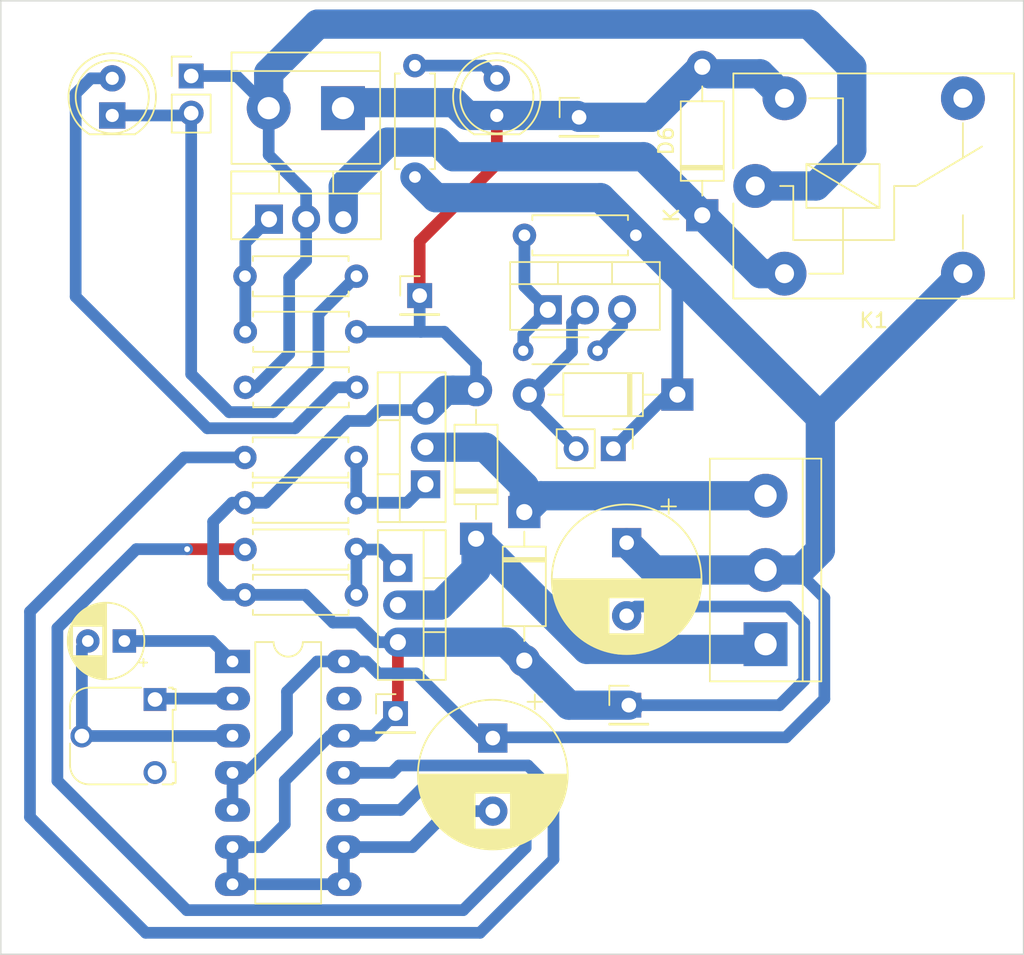
<source format=kicad_pcb>
(kicad_pcb (version 20221018) (generator pcbnew)
  (layers (0 "F.Cu" signal) (31 "B.Cu" signal) (34 "B.Paste" user) (35 "F.Paste" user) (36 "B.SilkS" user "B.Silkscreen") (37 "F.SilkS" user "F.Silkscreen") (38 "B.Mask" user) (39 "F.Mask" user) (44 "Edge.Cuts" user))
  (net 0 "")
  (net 1 "+12P")
  (net 2 "GNDA")
  (net 3 "Net-(U1-C)")
  (net 4 "Net-(U1-RC_COMMON)")
  (net 5 "Net-(D1-K)")
  (net 6 "Net-(D2-K)")
  (net 7 "Net-(D3-A)")
  (net 8 "Net-(D4-A)")
  (net 9 "Net-(D5-K)")
  (net 10 "Net-(D5-A)")
  (net 11 "+12V")
  (net 12 "Net-(Q1-G)")
  (net 13 "Net-(Q2-G)")
  (net 14 "Net-(Q3-G)")
  (net 15 "GND")
  (net 16 "Net-(Q4-G)")
  (net 17 "Net-(U1-Q)")
  (net 18 "Net-(U1-~{Q})")
  (net 19 "Net-(U1-R)")
  (net 22 "Net-(D6-K)")
  (footprint "Potentiometer_THT:Potentiometer_Runtron_RM-065_Vertical" (layer "F.Cu") (at 47.415 83.73 -90)
    (fp_text reference "RV1" hide)
    (fp_text value "100k" hide)
    (pad "1" thru_hole rect (at 0 0 270) (size 1.56 1.56) (drill 1) (layers "*.Cu" "*.Mask") (net 19 "Net-(U1-R)"))
    (pad "2" thru_hole circle (at 2.5 5 270) (size 1.56 1.56) (drill 1) (layers "*.Cu" "*.Mask") (net 4 "Net-(U1-RC_COMMON)"))
    (pad "3" thru_hole circle (at 5 0 270) (size 1.56 1.56) (drill 1) (layers "*.Cu" "*.Mask"))
  )
  (footprint "Connector_PinHeader_2.54mm:PinHeader_1x02_P2.54mm_Vertical" (layer "F.Cu") (at 49.89 41.07)
    (fp_text reference "J3" hide)
    (fp_text value "sw" hide)
    (pad "1" thru_hole rect (at 0 0) (size 1.7 1.7) (drill 1) (layers "*.Cu" "*.Mask") (net 11 "+12V"))
    (pad "2" thru_hole oval (at 0 2.54) (size 1.7 1.7) (drill 1) (layers "*.Cu" "*.Mask") (net 9 "Net-(D5-K)"))
  )
  (footprint "Resistor_THT:R_Axial_DIN0207_L6.3mm_D2.5mm_P7.62mm_Horizontal" (layer "F.Cu") (at 80.3 51.97 180)
    (fp_text reference "R2" hide)
    (fp_text value "1k" hide)
    (pad "1" thru_hole circle (at 0 0 180) (size 1.6 1.6) (drill 0.8) (layers "*.Cu" "*.Mask") (net 1 "+12P"))
    (pad "2" thru_hole oval (at 7.62 0 180) (size 1.6 1.6) (drill 0.8) (layers "*.Cu" "*.Mask") (net 14 "Net-(Q3-G)"))
  )
  (footprint "LED_THT:LED_D5.0mm" (layer "F.Cu") (at 44.49 43.77 90)
    (fp_text reference "D5" hide)
    (fp_text value "off" hide)
    (pad "1" thru_hole rect (at 0 0 90) (size 1.8 1.8) (drill 0.9) (layers "*.Cu" "*.Mask") (net 9 "Net-(D5-K)"))
    (pad "2" thru_hole circle (at 2.54 0 90) (size 1.8 1.8) (drill 0.9) (layers "*.Cu" "*.Mask") (net 10 "Net-(D5-A)"))
  )
  (footprint "Capacitor_THT:CP_Radial_D5.0mm_P2.50mm" (layer "F.Cu") (at 45.320112 79.73 180)
    (fp_text reference "C3" hide)
    (fp_text value "4.7uF" hide)
    (pad "1" thru_hole rect (at 0 0 180) (size 1.6 1.6) (drill 0.8) (layers "*.Cu" "*.Mask") (net 3 "Net-(U1-C)"))
    (pad "2" thru_hole circle (at 2.5 0 180) (size 1.6 1.6) (drill 0.8) (layers "*.Cu" "*.Mask") (net 4 "Net-(U1-RC_COMMON)"))
  )
  (footprint "Resistor_THT:R_Axial_DIN0207_L6.3mm_D2.5mm_P7.62mm_Horizontal" (layer "F.Cu") (at 53.57 54.77)
    (fp_text reference "R8" hide)
    (fp_text value "100" hide)
    (pad "1" thru_hole circle (at 0 0) (size 1.6 1.6) (drill 0.8) (layers "*.Cu" "*.Mask") (net 16 "Net-(Q4-G)"))
    (pad "2" thru_hole oval (at 7.62 0) (size 1.6 1.6) (drill 0.8) (layers "*.Cu" "*.Mask") (net 9 "Net-(D5-K)"))
  )
  (footprint "Relay_THT:Relay_SPDT_Finder_36.11" (layer "F.Cu") (at 88.465 48.595)
    (fp_text reference "K1" (at 8.1 9.2) (layer "F.SilkS"))
    (fp_text value "FINDER-36.11")
    (pad "11" thru_hole circle (at 0 0) (size 3 3) (drill 1.3) (layers "*.Cu" "*.Mask") (net 11 "+12V"))
    (pad "12" thru_hole circle (at 14.2 -6) (size 3 3) (drill 1.3) (layers "*.Cu" "*.Mask"))
    (pad "14" thru_hole circle (at 14.2 6) (size 3 3) (drill 1.3) (layers "*.Cu" "*.Mask") (net 1 "+12P"))
    (pad "A1" thru_hole circle (at 2 6) (size 3 3) (drill 1.3) (layers "*.Cu" "*.Mask") (net 22 "Net-(D6-K)"))
    (pad "A2" thru_hole circle (at 2 -6) (size 3 3) (drill 1.3) (layers "*.Cu" "*.Mask") (net 2 "GNDA"))
  )
  (footprint "TerminalBlock:TerminalBlock_bornier-3_P5.08mm" (layer "F.Cu") (at 89.17 79.95 90)
    (fp_text reference "J2" hide)
    (fp_text value "AC" hide)
    (pad "1" thru_hole rect (at 0 0 90) (size 3 3) (drill 1.52) (layers "*.Cu" "*.Mask") (net 6 "Net-(D2-K)"))
    (pad "2" thru_hole circle (at 5.08 0 90) (size 3 3) (drill 1.52) (layers "*.Cu" "*.Mask") (net 1 "+12P"))
    (pad "3" thru_hole circle (at 10.16 0 90) (size 3 3) (drill 1.52) (layers "*.Cu" "*.Mask") (net 5 "Net-(D1-K)"))
  )
  (footprint "Resistor_THT:R_Axial_DIN0207_L6.3mm_D2.5mm_P7.62mm_Horizontal" (layer "F.Cu") (at 53.56 67.17)
    (fp_text reference "R4" hide)
    (fp_text value "1k" hide)
    (pad "1" thru_hole circle (at 0 0) (size 1.6 1.6) (drill 0.8) (layers "*.Cu" "*.Mask") (net 18 "Net-(U1-~{Q})"))
    (pad "2" thru_hole oval (at 7.62 0) (size 1.6 1.6) (drill 0.8) (layers "*.Cu" "*.Mask") (net 13 "Net-(Q2-G)"))
  )
  (footprint "Package_TO_SOT_THT:TO-220-3_Vertical" (layer "F.Cu") (at 55.21 50.87)
    (fp_text reference "Q4" hide)
    (fp_text value "IRF3205" hide)
    (pad "1" thru_hole rect (at 0 0) (size 1.905 2) (drill 1.1) (layers "*.Cu" "*.Mask") (net 16 "Net-(Q4-G)"))
    (pad "2" thru_hole oval (at 2.54 0) (size 1.905 2) (drill 1.1) (layers "*.Cu" "*.Mask") (net 11 "+12V"))
    (pad "3" thru_hole oval (at 5.08 0) (size 1.905 2) (drill 1.1) (layers "*.Cu" "*.Mask") (net 22 "Net-(D6-K)"))
  )
  (footprint "Package_TO_SOT_THT:TO-220-3_Vertical" (layer "F.Cu") (at 65.915 69.01 90)
    (fp_text reference "Q2" hide)
    (fp_text value "IRF3205" hide)
    (pad "1" thru_hole rect (at 0 0 90) (size 1.905 2) (drill 1.1) (layers "*.Cu" "*.Mask") (net 13 "Net-(Q2-G)"))
    (pad "2" thru_hole oval (at 2.54 0 90) (size 1.905 2) (drill 1.1) (layers "*.Cu" "*.Mask") (net 5 "Net-(D1-K)"))
    (pad "3" thru_hole oval (at 5.08 0 90) (size 1.905 2) (drill 1.1) (layers "*.Cu" "*.Mask") (net 2 "GNDA"))
  )
  (footprint "Resistor_THT:R_Axial_DIN0207_L6.3mm_D2.5mm_P7.62mm_Horizontal" (layer "F.Cu") (at 53.57 73.47)
    (fp_text reference "R3" hide)
    (fp_text value "1k" hide)
    (pad "1" thru_hole circle (at 0 0) (size 1.6 1.6) (drill 0.8) (layers "*.Cu" "*.Mask") (net 17 "Net-(U1-Q)"))
    (pad "2" thru_hole oval (at 7.62 0) (size 1.6 1.6) (drill 0.8) (layers "*.Cu" "*.Mask") (net 12 "Net-(Q1-G)"))
  )
  (footprint "Package_DIP:DIP-14_W7.62mm_LongPads" (layer "F.Cu") (at 52.715 81.13)
    (fp_text reference "U1" hide)
    (fp_text value "4047" hide)
    (pad "1" thru_hole rect (at 0 0) (size 2.4 1.6) (drill 0.8) (layers "*.Cu" "*.Mask") (net 3 "Net-(U1-C)"))
    (pad "2" thru_hole oval (at 0 2.54) (size 2.4 1.6) (drill 0.8) (layers "*.Cu" "*.Mask") (net 19 "Net-(U1-R)"))
    (pad "3" thru_hole oval (at 0 5.08) (size 2.4 1.6) (drill 0.8) (layers "*.Cu" "*.Mask") (net 4 "Net-(U1-RC_COMMON)"))
    (pad "4" thru_hole oval (at 0 7.62) (size 2.4 1.6) (drill 0.8) (layers "*.Cu" "*.Mask") (net 1 "+12P"))
    (pad "5" thru_hole oval (at 0 10.16) (size 2.4 1.6) (drill 0.8) (layers "*.Cu" "*.Mask") (net 1 "+12P"))
    (pad "6" thru_hole oval (at 0 12.7) (size 2.4 1.6) (drill 0.8) (layers "*.Cu" "*.Mask") (net 2 "GNDA"))
    (pad "7" thru_hole oval (at 0 15.24) (size 2.4 1.6) (drill 0.8) (layers "*.Cu" "*.Mask") (net 2 "GNDA"))
    (pad "8" thru_hole oval (at 7.62 15.24) (size 2.4 1.6) (drill 0.8) (layers "*.Cu" "*.Mask") (net 2 "GNDA"))
    (pad "9" thru_hole oval (at 7.62 12.7) (size 2.4 1.6) (drill 0.8) (layers "*.Cu" "*.Mask") (net 2 "GNDA"))
    (pad "10" thru_hole oval (at 7.62 10.16) (size 2.4 1.6) (drill 0.8) (layers "*.Cu" "*.Mask") (net 17 "Net-(U1-Q)"))
    (pad "11" thru_hole oval (at 7.62 7.62) (size 2.4 1.6) (drill 0.8) (layers "*.Cu" "*.Mask") (net 18 "Net-(U1-~{Q})"))
    (pad "12" thru_hole oval (at 7.62 5.08) (size 2.4 1.6) (drill 0.8) (layers "*.Cu" "*.Mask") (net 2 "GNDA"))
    (pad "13" thru_hole oval (at 7.62 2.54) (size 2.4 1.6) (drill 0.8) (layers "*.Cu" "*.Mask"))
    (pad "14" thru_hole oval (at 7.62 0) (size 2.4 1.6) (drill 0.8) (layers "*.Cu" "*.Mask") (net 1 "+12P"))
  )
  (footprint "Resistor_THT:R_Axial_DIN0207_L6.3mm_D2.5mm_P7.62mm_Horizontal" (layer "F.Cu") (at 61.21 62.37 180)
    (fp_text reference "R10" hide)
    (fp_text value "330" hide)
    (pad "1" thru_hole circle (at 0 0 180) (size 1.6 1.6) (drill 0.8) (layers "*.Cu" "*.Mask") (net 10 "Net-(D5-A)"))
    (pad "2" thru_hole oval (at 7.62 0 180) (size 1.6 1.6) (drill 0.8) (layers "*.Cu" "*.Mask") (net 11 "+12V"))
  )
  (footprint "Resistor_THT:R_Axial_DIN0207_L6.3mm_D2.5mm_P7.62mm_Horizontal" (layer "F.Cu") (at 53.56 70.27)
    (fp_text reference "R6" hide)
    (fp_text value "10k" hide)
    (pad "1" thru_hole circle (at 0 0) (size 1.6 1.6) (drill 0.8) (layers "*.Cu" "*.Mask") (net 2 "GNDA"))
    (pad "2" thru_hole oval (at 7.62 0) (size 1.6 1.6) (drill 0.8) (layers "*.Cu" "*.Mask") (net 13 "Net-(Q2-G)"))
  )
  (footprint "Connector_PinHeader_2.54mm:PinHeader_1x01_P2.54mm_Vertical" (layer "F.Cu") (at 65.515 56.095)
    (fp_text reference "J5" hide)
    (fp_text value "Screw_Terminal_01x01" hide)
    (pad "1" thru_hole rect (at 0 0) (size 1.7 1.7) (drill 1) (layers "*.Cu" "*.Mask") (net 2 "GNDA"))
  )
  (footprint "Connector_PinHeader_2.54mm:PinHeader_1x01_P2.54mm_Vertical" (layer "F.Cu") (at 63.865 84.695)
    (fp_text reference "J7" hide)
    (fp_text value "Screw_Terminal_01x01" hide)
    (pad "1" thru_hole rect (at 0 0) (size 1.7 1.7) (drill 1) (layers "*.Cu" "*.Mask") (net 2 "GNDA"))
  )
  (footprint "Connector_PinHeader_2.54mm:PinHeader_1x01_P2.54mm_Vertical" (layer "F.Cu") (at 76.415 43.895)
    (fp_text reference "J4" hide)
    (fp_text value "Screw_Terminal_01x01" hide)
    (pad "1" thru_hole rect (at 0 0) (size 1.7 1.7) (drill 1) (layers "*.Cu" "*.Mask") (net 2 "GNDA"))
  )
  (footprint "LED_THT:LED_D5.0mm" (layer "F.Cu") (at 70.79 43.77 90)
    (fp_text reference "D3" hide)
    (fp_text value "on" hide)
    (pad "1" thru_hole rect (at 0 0 90) (size 1.8 1.8) (drill 0.9) (layers "*.Cu" "*.Mask") (net 2 "GNDA"))
    (pad "2" thru_hole circle (at 2.54 0 90) (size 1.8 1.8) (drill 0.9) (layers "*.Cu" "*.Mask") (net 7 "Net-(D3-A)"))
  )
  (footprint "Connector_PinHeader_2.54mm:PinHeader_1x01_P2.54mm_Vertical" (layer "F.Cu") (at 79.815 84.12)
    (fp_text reference "J6" hide)
    (fp_text value "Screw_Terminal_01x01" hide)
    (pad "1" thru_hole rect (at 0 0) (size 1.7 1.7) (drill 1) (layers "*.Cu" "*.Mask") (net 2 "GNDA"))
  )
  (footprint "Diode_THT:D_DO-41_SOD81_P10.16mm_Horizontal" (layer "F.Cu") (at 84.84 50.6 90)
    (fp_text reference "D6" (at 5.08 -2.47 90) (layer "F.SilkS"))
    (fp_text value "1N4007")
    (fp_text user "K" (at 0 -2.1 90) (layer "F.SilkS"))
    (pad "1" thru_hole rect (at 0 0 90) (size 2.2 2.2) (drill 1.1) (layers "*.Cu" "*.Mask") (net 22 "Net-(D6-K)"))
    (pad "2" thru_hole oval (at 10.16 0 90) (size 2.2 2.2) (drill 1.1) (layers "*.Cu" "*.Mask") (net 2 "GNDA"))
  )
  (footprint "Resistor_THT:R_Axial_DIN0207_L6.3mm_D2.5mm_P7.62mm_Horizontal" (layer "F.Cu") (at 53.57 76.57)
    (fp_text reference "R5" hide)
    (fp_text value "10k" hide)
    (pad "1" thru_hole circle (at 0 0) (size 1.6 1.6) (drill 0.8) (layers "*.Cu" "*.Mask") (net 2 "GNDA"))
    (pad "2" thru_hole oval (at 7.62 0) (size 1.6 1.6) (drill 0.8) (layers "*.Cu" "*.Mask") (net 12 "Net-(Q1-G)"))
  )
  (footprint "Package_TO_SOT_THT:TO-220-3_Vertical" (layer "F.Cu") (at 64.025 74.73 -90)
    (fp_text reference "Q1" hide)
    (fp_text value "IRF3205" hide)
    (pad "1" thru_hole rect (at 0 0 270) (size 1.905 2) (drill 1.1) (layers "*.Cu" "*.Mask") (net 12 "Net-(Q1-G)"))
    (pad "2" thru_hole oval (at 2.54 0 270) (size 1.905 2) (drill 1.1) (layers "*.Cu" "*.Mask") (net 6 "Net-(D2-K)"))
    (pad "3" thru_hole oval (at 5.08 0 270) (size 1.905 2) (drill 1.1) (layers "*.Cu" "*.Mask") (net 2 "GNDA"))
  )
  (footprint "Capacitor_THT:CP_Radial_D10.0mm_P5.00mm" (layer "F.Cu") (at 79.67 73.002323 -90)
    (fp_text reference "C2" hide)
    (fp_text value "1000uF" hide)
    (pad "1" thru_hole rect (at 0 0 270) (size 2 2) (drill 1) (layers "*.Cu" "*.Mask") (net 1 "+12P"))
    (pad "2" thru_hole circle (at 5 0 270) (size 2 2) (drill 1) (layers "*.Cu" "*.Mask") (net 2 "GNDA"))
  )
  (footprint "Diode_THT:D_DO-41_SOD81_P10.16mm_Horizontal" (layer "F.Cu") (at 69.37 72.73 90)
    (fp_text reference "D2" hide)
    (fp_text value "1N4007" hide)
    (pad "1" thru_hole rect (at 0 0 90) (size 2.2 2.2) (drill 1.1) (layers "*.Cu" "*.Mask") (net 6 "Net-(D2-K)"))
    (pad "2" thru_hole oval (at 10.16 0 90) (size 2.2 2.2) (drill 1.1) (layers "*.Cu" "*.Mask") (net 2 "GNDA"))
  )
  (footprint "Capacitor_THT:CP_Radial_D10.0mm_P5.00mm" (layer "F.Cu") (at 70.515 86.37 -90)
    (fp_text reference "C1" hide)
    (fp_text value "1000uF" hide)
    (pad "1" thru_hole rect (at 0 0 270) (size 2 2) (drill 1) (layers "*.Cu" "*.Mask") (net 1 "+12P"))
    (pad "2" thru_hole circle (at 5 0 270) (size 2 2) (drill 1) (layers "*.Cu" "*.Mask") (net 2 "GNDA"))
  )
  (footprint "Resistor_THT:R_Axial_DIN0204_L3.6mm_D1.6mm_P5.08mm_Horizontal" (layer "F.Cu") (at 72.6 59.87)
    (fp_text reference "R7" hide)
    (fp_text value "PTC" hide)
    (pad "1" thru_hole circle (at 0 0) (size 1.4 1.4) (drill 0.7) (layers "*.Cu" "*.Mask") (net 14 "Net-(Q3-G)"))
    (pad "2" thru_hole oval (at 5.08 0) (size 1.4 1.4) (drill 0.7) (layers "*.Cu" "*.Mask") (net 15 "GND"))
  )
  (footprint "Package_TO_SOT_THT:TO-220-3_Vertical" (layer "F.Cu") (at 74.28 57.07)
    (fp_text reference "Q3" hide)
    (fp_text value "IRF3205" hide)
    (pad "1" thru_hole rect (at 0 0) (size 1.905 2) (drill 1.1) (layers "*.Cu" "*.Mask") (net 14 "Net-(Q3-G)"))
    (pad "2" thru_hole oval (at 2.54 0) (size 1.905 2) (drill 1.1) (layers "*.Cu" "*.Mask") (net 8 "Net-(D4-A)"))
    (pad "3" thru_hole oval (at 5.08 0) (size 1.905 2) (drill 1.1) (layers "*.Cu" "*.Mask") (net 15 "GND"))
  )
  (footprint "Diode_THT:D_DO-41_SOD81_P10.16mm_Horizontal" (layer "F.Cu") (at 83.14 62.87 180)
    (fp_text reference "D4" hide)
    (fp_text value "1N4007" hide)
    (pad "1" thru_hole rect (at 0 0 180) (size 2.2 2.2) (drill 1.1) (layers "*.Cu" "*.Mask") (net 1 "+12P"))
    (pad "2" thru_hole oval (at 10.16 0 180) (size 2.2 2.2) (drill 1.1) (layers "*.Cu" "*.Mask") (net 8 "Net-(D4-A)"))
  )
  (footprint "Resistor_THT:R_Axial_DIN0207_L6.3mm_D2.5mm_P7.62mm_Horizontal" (layer "F.Cu") (at 61.21 58.57 180)
    (fp_text reference "R9" hide)
    (fp_text value "10k" hide)
    (pad "1" thru_hole circle (at 0 0 180) (size 1.6 1.6) (drill 0.8) (layers "*.Cu" "*.Mask") (net 2 "GNDA"))
    (pad "2" thru_hole oval (at 7.62 0 180) (size 1.6 1.6) (drill 0.8) (layers "*.Cu" "*.Mask") (net 16 "Net-(Q4-G)"))
  )
  (footprint "Diode_THT:D_DO-41_SOD81_P10.16mm_Horizontal" (layer "F.Cu") (at 72.67 70.91 -90)
    (fp_text reference "D1" hide)
    (fp_text value "1N4007" hide)
    (pad "1" thru_hole rect (at 0 0 270) (size 2.2 2.2) (drill 1.1) (layers "*.Cu" "*.Mask") (net 5 "Net-(D1-K)"))
    (pad "2" thru_hole oval (at 10.16 0 270) (size 2.2 2.2) (drill 1.1) (layers "*.Cu" "*.Mask") (net 2 "GNDA"))
  )
  (footprint "Connector_PinHeader_2.54mm:PinHeader_1x02_P2.54mm_Vertical" (layer "F.Cu") (at 78.755 66.57 -90)
    (fp_text reference "M1" hide)
    (fp_text value "Motor_DC" hide)
    (pad "1" thru_hole rect (at 0 0 270) (size 1.7 1.7) (drill 1) (layers "*.Cu" "*.Mask") (net 1 "+12P"))
    (pad "2" thru_hole oval (at 0 2.54 270) (size 1.7 1.7) (drill 1) (layers "*.Cu" "*.Mask") (net 8 "Net-(D4-A)"))
  )
  (footprint "TerminalBlock:TerminalBlock_bornier-2_P5.08mm" (layer "F.Cu") (at 60.27 43.27 180)
    (fp_text reference "J1" hide)
    (fp_text value "DC" hide)
    (pad "1" thru_hole rect (at 0 0 180) (size 3 3) (drill 1.52) (layers "*.Cu" "*.Mask") (net 2 "GNDA"))
    (pad "2" thru_hole circle (at 5.08 0 180) (size 3 3) (drill 1.52) (layers "*.Cu" "*.Mask") (net 11 "+12V"))
  )
  (footprint "Resistor_THT:R_Axial_DIN0207_L6.3mm_D2.5mm_P7.62mm_Horizontal" (layer "F.Cu") (at 65.19 40.36 -90)
    (fp_text reference "R1" hide)
    (fp_text value "330" hide)
    (pad "1" thru_hole circle (at 0 0 270) (size 1.6 1.6) (drill 0.8) (layers "*.Cu" "*.Mask") (net 7 "Net-(D3-A)"))
    (pad "2" thru_hole oval (at 7.62 0 270) (size 1.6 1.6) (drill 0.8) (layers "*.Cu" "*.Mask") (net 1 "+12P"))
  )
  (gr_rect (start 36.865 35.92) (end 106.815 101.17) (stroke (width 0.1)) (fill none) (layer "Edge.Cuts"))
  (segment (start 77.89 49.395) (end 66.605 49.395) (width 2) (layer "B.Cu") (net 1))
  (segment (start 90.565 86.32) (end 93.19 83.695) (width 0.8) (layer "B.Cu") (net 1))
  (segment (start 82.455 62.87) (end 78.755 66.57) (width 0.8) (layer "B.Cu") (net 1))
  (segment (start 60.335 81.13) (end 61.875 81.13) (width 0.8) (layer "B.Cu") (net 1))
  (segment (start 66.605 49.395) (end 65.19 47.98) (width 2) (layer "B.Cu") (net 1))
  (segment (start 92.915 73.52) (end 92.915 64.42) (width 2) (layer "B.Cu") (net 1))
  (segment (start 91.29 74.87) (end 89.17 74.87) (width 0.8) (layer "B.Cu") (net 1))
  (segment (start 93.19 76.77) (end 91.29 74.87) (width 0.8) (layer "B.Cu") (net 1))
  (segment (start 69.69 86.37) (end 70.515 86.37) (width 0.8) (layer "B.Cu") (net 1))
  (segment (start 52.715 88.75) (end 53.685 88.75) (width 0.8) (layer "B.Cu") (net 1))
  (segment (start 83.14 62.87) (end 83.14 54.81) (width 0.8) (layer "B.Cu") (net 1))
  (segment (start 70.565 86.32) (end 90.565 86.32) (width 0.8) (layer "B.Cu") (net 1))
  (segment (start 70.515 86.37) (end 70.565 86.32) (width 0.8) (layer "B.Cu") (net 1))
  (segment (start 89.17 74.87) (end 91.565 74.87) (width 2) (layer "B.Cu") (net 1))
  (segment (start 83.14 62.87) (end 82.455 62.87) (width 0.8) (layer "B.Cu") (net 1))
  (segment (start 61.875 81.13) (end 62.69 81.945) (width 0.8) (layer "B.Cu") (net 1))
  (segment (start 58.505 81.13) (end 60.335 81.13) (width 0.8) (layer "B.Cu") (net 1))
  (segment (start 62.69 81.945) (end 65.265 81.945) (width 0.8) (layer "B.Cu") (net 1))
  (segment (start 52.715 88.75) (end 52.715 91.29) (width 0.8) (layer "B.Cu") (net 1))
  (segment (start 91.565 74.87) (end 92.915 73.52) (width 2) (layer "B.Cu") (net 1))
  (segment (start 56.44 85.995) (end 56.44 83.195) (width 0.8) (layer "B.Cu") (net 1))
  (segment (start 65.265 81.945) (end 69.69 86.37) (width 0.8) (layer "B.Cu") (net 1))
  (segment (start 56.44 83.195) (end 58.505 81.13) (width 0.8) (layer "B.Cu") (net 1))
  (segment (start 53.685 88.75) (end 56.44 85.995) (width 0.8) (layer "B.Cu") (net 1))
  (segment (start 102.665 54.595) (end 92.915 64.345) (width 2) (layer "B.Cu") (net 1))
  (segment (start 89.17 74.87) (end 81.537677 74.87) (width 2) (layer "B.Cu") (net 1))
  (segment (start 92.915 64.345) (end 92.915 64.42) (width 2) (layer "B.Cu") (net 1))
  (segment (start 93.19 83.695) (end 93.19 76.77) (width 0.8) (layer "B.Cu") (net 1))
  (segment (start 81.537677 74.87) (end 79.67 73.002323) (width 2) (layer "B.Cu") (net 1))
  (segment (start 92.915 64.42) (end 77.89 49.395) (width 2) (layer "B.Cu") (net 1))
  (segment (start 65.515 52.37) (end 70.79 47.095) (width 0.8) (layer "F.Cu") (net 2))
  (segment (start 64.025 79.81) (end 64.025 84.535) (width 0.8) (layer "F.Cu") (net 2))
  (segment (start 65.515 56.095) (end 65.515 52.37) (width 0.8) (layer "F.Cu") (net 2))
  (segment (start 64.025 84.535) (end 63.865 84.695) (width 0.8) (layer "F.Cu") (net 2))
  (segment (start 70.79 47.095) (end 70.79 43.77) (width 0.8) (layer "F.Cu") (net 2))
  (segment (start 67.475 91.37) (end 70.515 91.37) (width 0.8) (layer "B.Cu") (net 2))
  (segment (start 53.57 76.57) (end 57.69 76.57) (width 0.8) (layer "B.Cu") (net 2))
  (segment (start 52.715 93.83) (end 52.715 96.37) (width 0.8) (layer "B.Cu") (net 2))
  (segment (start 60.335 93.83) (end 60.335 96.37) (width 0.8) (layer "B.Cu") (net 2))
  (segment (start 56.29 89.295) (end 56.29 92.27) (width 0.8) (layer "B.Cu") (net 2))
  (segment (start 80.302323 77.37) (end 79.67 78.002323) (width 0.8) (layer "B.Cu") (net 2))
  (segment (start 91.815 78.495) (end 90.69 77.37) (width 0.8) (layer "B.Cu") (net 2))
  (segment (start 56.29 92.27) (end 54.73 93.83) (width 0.8) (layer "B.Cu") (net 2))
  (segment (start 67.89 42.895) (end 68.765 43.77) (width 2) (layer "B.Cu") (net 2))
  (segment (start 81.385 43.895) (end 84.84 40.44) (width 2) (layer "B.Cu") (net 2))
  (segment (start 91.815 82.42) (end 91.815 78.495) (width 0.8) (layer "B.Cu") (net 2))
  (segment (start 68.765 43.77) (end 70.79 43.77) (width 2) (layer "B.Cu") (net 2))
  (segment (start 60.59 64.67) (end 61.99 64.67) (width 0.8) (layer "B.Cu") (net 2))
  (segment (start 67.275 62.57) (end 67.79 62.57) (width 2) (layer "B.Cu") (net 2))
  (segment (start 52.19 76.57) (end 51.39 75.77) (width 0.8) (layer "B.Cu") (net 2))
  (segment (start 71.41 79.81) (end 72.67 81.07) (width 2) (layer "B.Cu") (net 2))
  (segment (start 88.79 40.92) (end 85.32 40.92) (width 2) (layer "B.Cu") (net 2))
  (segment (start 60.645 42.895) (end 67.89 42.895) (width 2) (layer "B.Cu") (net 2))
  (segment (start 57.69 76.57) (end 59.59 78.47) (width 0.8) (layer "B.Cu") (net 2))
  (segment (start 51.39 75.77) (end 51.39 71.57) (width 0.8) (layer "B.Cu") (net 2))
  (segment (start 52.69 70.27) (end 53.56 70.27) (width 0.8) (layer "B.Cu") (net 2))
  (segment (start 65.015 93.83) (end 67.475 91.37) (width 0.8) (layer "B.Cu") (net 2))
  (segment (start 85.32 40.92) (end 84.84 40.44) (width 2) (layer "B.Cu") (net 2))
  (segment (start 59.59 78.47) (end 61.29 78.47) (width 0.8) (layer "B.Cu") (net 2))
  (segment (start 62.63 79.81) (end 64.025 79.81) (width 0.8) (layer "B.Cu") (net 2))
  (segment (start 90.69 77.37) (end 80.302323 77.37) (width 0.8) (layer "B.Cu") (net 2))
  (segment (start 52.715 96.37) (end 60.335 96.37) (width 0.8) (layer "B.Cu") (net 2))
  (segment (start 67.19 58.57) (end 69.37 60.75) (width 0.8) (layer "B.Cu") (net 2))
  (segment (start 65.915 63.93) (end 67.275 62.57) (width 2) (layer "B.Cu") (net 2))
  (segment (start 75.72 84.12) (end 90.115 84.12) (width 0.8) (layer "B.Cu") (net 2))
  (segment (start 62.35 86.21) (end 63.865 84.695) (width 0.8) (layer "B.Cu") (net 2))
  (segment (start 65.515 58.495) (end 65.59 58.57) (width 0.8) (layer "B.Cu") (net 2))
  (segment (start 51.39 71.57) (end 52.69 70.27) (width 0.8) (layer "B.Cu") (net 2))
  (segment (start 60.335 86.21) (end 59.375 86.21) (width 0.8) (layer "B.Cu") (net 2))
  (segment (start 59.375 86.21) (end 56.29 89.295) (width 0.8) (layer "B.Cu") (net 2))
  (segment (start 61.99 64.67) (end 62.73 63.93) (width 0.8) (layer "B.Cu") (net 2))
  (segment (start 76.29 43.77) (end 76.415 43.895) (width 2) (layer "B.Cu") (net 2))
  (segment (start 70.79 43.77) (end 76.29 43.77) (width 2) (layer "B.Cu") (net 2))
  (segment (start 61.21 58.57) (end 65.59 58.57) (width 0.8) (layer "B.Cu") (net 2))
  (segment (start 64.025 79.81) (end 71.41 79.81) (width 2) (layer "B.Cu") (net 2))
  (segment (start 53.56 70.27) (end 54.99 70.27) (width 0.8) (layer "B.Cu") (net 2))
  (segment (start 90.115 84.12) (end 91.815 82.42) (width 0.8) (layer "B.Cu") (net 2))
  (segment (start 60.335 93.83) (end 65.015 93.83) (width 0.8) (layer "B.Cu") (net 2))
  (segment (start 75.72 84.12) (end 79.815 84.12) (width 2) (layer "B.Cu") (net 2))
  (segment (start 65.59 58.57) (end 67.19 58.57) (width 0.8) (layer "B.Cu") (net 2))
  (segment (start 62.73 63.93) (end 65.915 63.93) (width 0.8) (layer "B.Cu") (net 2))
  (segment (start 60.27 43.27) (end 60.645 42.895) (width 2) (layer "B.Cu") (net 2))
  (segment (start 76.415 43.895) (end 81.385 43.895) (width 2) (layer "B.Cu") (net 2))
  (segment (start 90.465 42.595) (end 88.79 40.92) (width 2) (layer "B.Cu") (net 2))
  (segment (start 65.515 56.095) (end 65.515 58.495) (width 0.8) (layer "B.Cu") (net 2))
  (segment (start 53.57 76.57) (end 52.19 76.57) (width 0.8) (layer "B.Cu") (net 2))
  (segment (start 67.79 62.57) (end 69.37 62.57) (width 2) (layer "B.Cu") (net 2))
  (segment (start 54.73 93.83) (end 52.715 93.83) (width 0.8) (layer "B.Cu") (net 2))
  (segment (start 69.37 60.75) (end 69.37 62.57) (width 0.8) (layer "B.Cu") (net 2))
  (segment (start 72.67 81.07) (end 75.72 84.12) (width 2) (layer "B.Cu") (net 2))
  (segment (start 60.335 86.21) (end 62.35 86.21) (width 0.8) (layer "B.Cu") (net 2))
  (segment (start 61.29 78.47) (end 62.63 79.81) (width 0.8) (layer "B.Cu") (net 2))
  (segment (start 54.99 70.27) (end 60.59 64.67) (width 0.8) (layer "B.Cu") (net 2))
  (segment (start 51.315 79.73) (end 52.715 81.13) (width 0.8) (layer "B.Cu") (net 3))
  (segment (start 45.320112 79.73) (end 51.315 79.73) (width 0.8) (layer "B.Cu") (net 3))
  (segment (start 52.695 86.23) (end 52.715 86.21) (width 0.8) (layer "B.Cu") (net 4))
  (segment (start 42.415 80.135112) (end 42.820112 79.73) (width 0.8) (layer "B.Cu") (net 4))
  (segment (start 42.415 86.23) (end 42.415 80.135112) (width 0.8) (layer "B.Cu") (net 4))
  (segment (start 42.415 86.23) (end 52.695 86.23) (width 0.8) (layer "B.Cu") (net 4))
  (segment (start 89.17 69.79) (end 73.79 69.79) (width 2) (layer "B.Cu") (net 5))
  (segment (start 72.67 69.15) (end 72.67 70.91) (width 2) (layer "B.Cu") (net 5))
  (segment (start 65.915 66.47) (end 69.99 66.47) (width 2) (layer "B.Cu") (net 5))
  (segment (start 73.79 69.79) (end 72.67 70.91) (width 2) (layer "B.Cu") (net 5))
  (segment (start 69.99 66.47) (end 72.67 69.15) (width 2) (layer "B.Cu") (net 5))
  (segment (start 69.37 74.83) (end 69.37 72.73) (width 2) (layer "B.Cu") (net 6))
  (segment (start 89.17 79.95) (end 88.817677 80.302323) (width 2) (layer "B.Cu") (net 6))
  (segment (start 88.817677 80.302323) (end 76.942323 80.302323) (width 2) (layer "B.Cu") (net 6))
  (segment (start 64.025 77.27) (end 66.93 77.27) (width 2) (layer "B.Cu") (net 6))
  (segment (start 66.93 77.27) (end 69.37 74.83) (width 2) (layer "B.Cu") (net 6))
  (segment (start 76.942323 80.302323) (end 69.37 72.73) (width 2) (layer "B.Cu") (net 6))
  (segment (start 69.92 40.36) (end 70.79 41.23) (width 0.8) (layer "B.Cu") (net 7))
  (segment (start 65.19 40.36) (end 69.92 40.36) (width 0.8) (layer "B.Cu") (net 7))
  (segment (start 75.9325 57.9575) (end 76.82 57.07) (width 0.8) (layer "B.Cu") (net 8))
  (segment (start 72.98 62.87) (end 75.9325 59.9175) (width 0.8) (layer "B.Cu") (net 8))
  (segment (start 72.98 63.335) (end 76.215 66.57) (width 0.8) (layer "B.Cu") (net 8))
  (segment (start 75.9325 59.9175) (end 75.9325 57.9575) (width 0.8) (layer "B.Cu") (net 8))
  (segment (start 72.98 62.87) (end 72.98 63.335) (width 0.8) (layer "B.Cu") (net 8))
  (segment (start 58.59 60.97) (end 55.49 64.07) (width 0.8) (layer "B.Cu") (net 9))
  (segment (start 61.19 54.77) (end 58.59 57.37) (width 0.8) (layer "B.Cu") (net 9))
  (segment (start 44.49 43.77) (end 49.73 43.77) (width 0.8) (layer "B.Cu") (net 9))
  (segment (start 55.49 64.07) (end 52.49 64.07) (width 0.8) (layer "B.Cu") (net 9))
  (segment (start 58.59 57.37) (end 58.59 60.97) (width 0.8) (layer "B.Cu") (net 9))
  (segment (start 49.89 61.47) (end 49.89 43.61) (width 0.8) (layer "B.Cu") (net 9))
  (segment (start 49.73 43.77) (end 49.89 43.61) (width 0.8) (layer "B.Cu") (net 9))
  (segment (start 52.49 64.07) (end 49.89 61.47) (width 0.8) (layer "B.Cu") (net 9))
  (segment (start 44.49 41.23) (end 43.03 41.23) (width 0.8) (layer "B.Cu") (net 10))
  (segment (start 50.99 65.17) (end 56.99 65.17) (width 0.8) (layer "B.Cu") (net 10))
  (segment (start 43.03 41.23) (end 41.99 42.27) (width 0.8) (layer "B.Cu") (net 10))
  (segment (start 59.79 62.37) (end 61.21 62.37) (width 0.8) (layer "B.Cu") (net 10))
  (segment (start 41.99 56.17) (end 50.99 65.17) (width 0.8) (layer "B.Cu") (net 10))
  (segment (start 41.99 42.27) (end 41.99 56.17) (width 0.8) (layer "B.Cu") (net 10))
  (segment (start 56.99 65.17) (end 59.79 62.37) (width 0.8) (layer "B.Cu") (net 10))
  (segment (start 95.065 40.445) (end 92.14 37.52) (width 2) (layer "B.Cu") (net 11))
  (segment (start 57.75 50.87) (end 57.75 53.71) (width 0.8) (layer "B.Cu") (net 11))
  (segment (start 88.465 48.595) (end 92.615 48.595) (width 2) (layer "B.Cu") (net 11))
  (segment (start 57.75 49.03) (end 55.19 46.47) (width 0.8) (layer "B.Cu") (net 11))
  (segment (start 52.99 41.07) (end 55.19 43.27) (width 0.8) (layer "B.Cu") (net 11))
  (segment (start 92.14 37.52) (end 58.54 37.52) (width 2) (layer "B.Cu") (net 11))
  (segment (start 55.19 40.87) (end 55.19 43.27) (width 2) (layer "B.Cu") (net 11))
  (segment (start 56.59 60.07) (end 54.29 62.37) (width 0.8) (layer "B.Cu") (net 11))
  (segment (start 49.89 41.07) (end 52.99 41.07) (width 0.8) (layer "B.Cu") (net 11))
  (segment (start 54.29 62.37) (end 53.59 62.37) (width 0.8) (layer "B.Cu") (net 11))
  (segment (start 57.75 53.71) (end 56.59 54.87) (width 0.8) (layer "B.Cu") (net 11))
  (segment (start 57.75 50.87) (end 57.75 49.03) (width 0.8) (layer "B.Cu") (net 11))
  (segment (start 95.065 46.145) (end 95.065 40.445) (width 2) (layer "B.Cu") (net 11))
  (segment (start 55.19 46.47) (end 55.19 43.27) (width 0.8) (layer "B.Cu") (net 11))
  (segment (start 58.54 37.52) (end 55.19 40.87) (width 2) (layer "B.Cu") (net 11))
  (segment (start 92.615 48.595) (end 95.065 46.145) (width 2) (layer "B.Cu") (net 11))
  (segment (start 56.59 54.87) (end 56.59 60.07) (width 0.8) (layer "B.Cu") (net 11))
  (segment (start 61.19 73.47) (end 61.19 76.57) (width 0.8) (layer "B.Cu") (net 12))
  (segment (start 61.19 73.47) (end 62.765 73.47) (width 0.8) (layer "B.Cu") (net 12))
  (segment (start 62.765 73.47) (end 64.025 74.73) (width 0.8) (layer "B.Cu") (net 12))
  (segment (start 64.655 70.27) (end 65.915 69.01) (width 0.8) (layer "B.Cu") (net 13))
  (segment (start 61.18 70.27) (end 64.655 70.27) (width 0.8) (layer "B.Cu") (net 13))
  (segment (start 61.18 67.17) (end 61.18 70.27) (width 0.8) (layer "B.Cu") (net 13))
  (segment (start 72.68 51.97) (end 72.68 55.47) (width 0.8) (layer "B.Cu") (net 14))
  (segment (start 72.68 55.47) (end 74.28 57.07) (width 0.8) (layer "B.Cu") (net 14))
  (segment (start 72.6 59.87) (end 72.6 58.75) (width 0.8) (layer "B.Cu") (net 14))
  (segment (start 72.6 58.75) (end 74.28 57.07) (width 0.8) (layer "B.Cu") (net 14))
  (segment (start 79.36 58.19) (end 77.68 59.87) (width 0.8) (layer "B.Cu") (net 15))
  (segment (start 79.36 57.07) (end 79.36 58.19) (width 0.8) (layer "B.Cu") (net 15))
  (segment (start 53.59 52.49) (end 55.21 50.87) (width 0.8) (layer "B.Cu") (net 16))
  (segment (start 53.59 58.57) (end 53.59 52.49) (width 0.8) (layer "B.Cu") (net 16))
  (segment (start 53.545 73.445) (end 53.57 73.47) (width 0.8) (layer "F.Cu") (net 17))
  (segment (start 49.615 73.445) (end 53.545 73.445) (width 0.8) (layer "F.Cu") (net 17))
  (via (at 49.615 73.445) (size 0.8) (drill 0.4) (layers "F.Cu" "B.Cu") (net 17))
  (segment (start 68.49 98.145) (end 49.59 98.145) (width 0.8) (layer "B.Cu") (net 17))
  (segment (start 72.765 90.57) (end 72.765 93.87) (width 0.8) (layer "B.Cu") (net 17))
  (segment (start 66.09 89.395) (end 71.59 89.395) (width 0.8) (layer "B.Cu") (net 17))
  (segment (start 49.59 98.145) (end 40.74 89.295) (width 0.8) (layer "B.Cu") (net 17))
  (segment (start 64.195 91.29) (end 66.09 89.395) (width 0.8) (layer "B.Cu") (net 17))
  (segment (start 46.14 73.445) (end 49.615 73.445) (width 0.8) (layer "B.Cu") (net 17))
  (segment (start 71.59 89.395) (end 72.765 90.57) (width 0.8) (layer "B.Cu") (net 17))
  (segment (start 40.74 89.295) (end 40.74 78.845) (width 0.8) (layer "B.Cu") (net 17))
  (segment (start 40.74 78.845) (end 46.14 73.445) (width 0.8) (layer "B.Cu") (net 17))
  (segment (start 72.765 93.87) (end 68.49 98.145) (width 0.8) (layer "B.Cu") (net 17))
  (segment (start 60.335 91.29) (end 64.195 91.29) (width 0.8) (layer "B.Cu") (net 17))
  (segment (start 63.61 88.75) (end 64.115 88.245) (width 0.8) (layer "B.Cu") (net 18))
  (segment (start 49.415 67.17) (end 53.56 67.17) (width 0.8) (layer "B.Cu") (net 18))
  (segment (start 69.64 99.695) (end 46.784366 99.695) (width 0.8) (layer "B.Cu") (net 18))
  (segment (start 74.665 89.995) (end 74.665 94.67) (width 0.8) (layer "B.Cu") (net 18))
  (segment (start 64.115 88.245) (end 72.915 88.245) (width 0.8) (layer "B.Cu") (net 18))
  (segment (start 38.865 91.775634) (end 38.865 77.72) (width 0.8) (layer "B.Cu") (net 18))
  (segment (start 74.665 94.67) (end 69.64 99.695) (width 0.8) (layer "B.Cu") (net 18))
  (segment (start 46.784366 99.695) (end 38.865 91.775634) (width 0.8) (layer "B.Cu") (net 18))
  (segment (start 60.335 88.75) (end 63.61 88.75) (width 0.8) (layer "B.Cu") (net 18))
  (segment (start 38.865 77.72) (end 49.415 67.17) (width 0.8) (layer "B.Cu") (net 18))
  (segment (start 72.915 88.245) (end 74.665 89.995) (width 0.8) (layer "B.Cu") (net 18))
  (segment (start 47.475 83.67) (end 47.415 83.73) (width 0.8) (layer "B.Cu") (net 19))
  (segment (start 52.715 83.67) (end 47.475 83.67) (width 0.8) (layer "B.Cu") (net 19))
  (segment (start 90.465 54.595) (end 88.835 54.595) (width 2) (layer "B.Cu") (net 22))
  (segment (start 60.29 48.62) (end 63.315 45.595) (width 2) (layer "B.Cu") (net 22))
  (segment (start 80.835 46.595) (end 84.84 50.6) (width 2) (layer "B.Cu") (net 22))
  (segment (start 66.815 45.595) (end 67.815 46.595) (width 2) (layer "B.Cu") (net 22))
  (segment (start 88.835 54.595) (end 84.84 50.6) (width 2) (layer "B.Cu") (net 22))
  (segment (start 60.29 50.87) (end 60.29 48.62) (width 2) (layer "B.Cu") (net 22))
  (segment (start 63.315 45.595) (end 66.815 45.595) (width 2) (layer "B.Cu") (net 22))
  (segment (start 67.815 46.595) (end 80.835 46.595) (width 2) (layer "B.Cu") (net 22))
)
</source>
